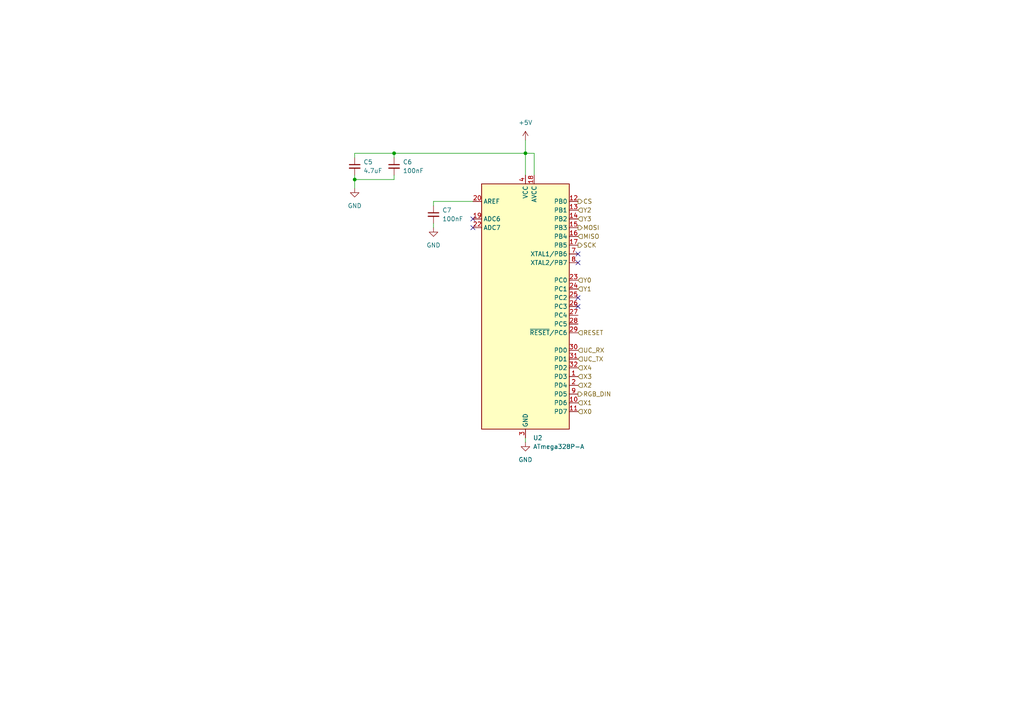
<source format=kicad_sch>
(kicad_sch
	(version 20231120)
	(generator "eeschema")
	(generator_version "8.0")
	(uuid "40d99b36-c7e8-40e7-bea7-73b045d88803")
	(paper "A4")
	(title_block
		(title "Atmega328P & Boilerplate")
		(date "2024-06-02")
		(rev "0.5.x")
		(company "Pablo Ortiz López, Evan MacDonald")
	)
	(lib_symbols
		(symbol "Device:C_Small"
			(pin_numbers hide)
			(pin_names
				(offset 0.254) hide)
			(exclude_from_sim no)
			(in_bom yes)
			(on_board yes)
			(property "Reference" "C"
				(at 0.254 1.778 0)
				(effects
					(font
						(size 1.27 1.27)
					)
					(justify left)
				)
			)
			(property "Value" "C_Small"
				(at 0.254 -2.032 0)
				(effects
					(font
						(size 1.27 1.27)
					)
					(justify left)
				)
			)
			(property "Footprint" ""
				(at 0 0 0)
				(effects
					(font
						(size 1.27 1.27)
					)
					(hide yes)
				)
			)
			(property "Datasheet" "~"
				(at 0 0 0)
				(effects
					(font
						(size 1.27 1.27)
					)
					(hide yes)
				)
			)
			(property "Description" "Unpolarized capacitor, small symbol"
				(at 0 0 0)
				(effects
					(font
						(size 1.27 1.27)
					)
					(hide yes)
				)
			)
			(property "ki_keywords" "capacitor cap"
				(at 0 0 0)
				(effects
					(font
						(size 1.27 1.27)
					)
					(hide yes)
				)
			)
			(property "ki_fp_filters" "C_*"
				(at 0 0 0)
				(effects
					(font
						(size 1.27 1.27)
					)
					(hide yes)
				)
			)
			(symbol "C_Small_0_1"
				(polyline
					(pts
						(xy -1.524 -0.508) (xy 1.524 -0.508)
					)
					(stroke
						(width 0.3302)
						(type default)
					)
					(fill
						(type none)
					)
				)
				(polyline
					(pts
						(xy -1.524 0.508) (xy 1.524 0.508)
					)
					(stroke
						(width 0.3048)
						(type default)
					)
					(fill
						(type none)
					)
				)
			)
			(symbol "C_Small_1_1"
				(pin passive line
					(at 0 2.54 270)
					(length 2.032)
					(name "~"
						(effects
							(font
								(size 1.27 1.27)
							)
						)
					)
					(number "1"
						(effects
							(font
								(size 1.27 1.27)
							)
						)
					)
				)
				(pin passive line
					(at 0 -2.54 90)
					(length 2.032)
					(name "~"
						(effects
							(font
								(size 1.27 1.27)
							)
						)
					)
					(number "2"
						(effects
							(font
								(size 1.27 1.27)
							)
						)
					)
				)
			)
		)
		(symbol "MCU_Microchip_ATmega:ATmega328P-A"
			(exclude_from_sim no)
			(in_bom yes)
			(on_board yes)
			(property "Reference" "U"
				(at -12.7 36.83 0)
				(effects
					(font
						(size 1.27 1.27)
					)
					(justify left bottom)
				)
			)
			(property "Value" "ATmega328P-A"
				(at 2.54 -36.83 0)
				(effects
					(font
						(size 1.27 1.27)
					)
					(justify left top)
				)
			)
			(property "Footprint" "Package_QFP:TQFP-32_7x7mm_P0.8mm"
				(at 0 0 0)
				(effects
					(font
						(size 1.27 1.27)
						(italic yes)
					)
					(hide yes)
				)
			)
			(property "Datasheet" "http://ww1.microchip.com/downloads/en/DeviceDoc/ATmega328_P%20AVR%20MCU%20with%20picoPower%20Technology%20Data%20Sheet%2040001984A.pdf"
				(at 0 0 0)
				(effects
					(font
						(size 1.27 1.27)
					)
					(hide yes)
				)
			)
			(property "Description" "20MHz, 32kB Flash, 2kB SRAM, 1kB EEPROM, TQFP-32"
				(at 0 0 0)
				(effects
					(font
						(size 1.27 1.27)
					)
					(hide yes)
				)
			)
			(property "ki_keywords" "AVR 8bit Microcontroller MegaAVR PicoPower"
				(at 0 0 0)
				(effects
					(font
						(size 1.27 1.27)
					)
					(hide yes)
				)
			)
			(property "ki_fp_filters" "TQFP*7x7mm*P0.8mm*"
				(at 0 0 0)
				(effects
					(font
						(size 1.27 1.27)
					)
					(hide yes)
				)
			)
			(symbol "ATmega328P-A_0_1"
				(rectangle
					(start -12.7 -35.56)
					(end 12.7 35.56)
					(stroke
						(width 0.254)
						(type default)
					)
					(fill
						(type background)
					)
				)
			)
			(symbol "ATmega328P-A_1_1"
				(pin bidirectional line
					(at 15.24 -20.32 180)
					(length 2.54)
					(name "PD3"
						(effects
							(font
								(size 1.27 1.27)
							)
						)
					)
					(number "1"
						(effects
							(font
								(size 1.27 1.27)
							)
						)
					)
				)
				(pin bidirectional line
					(at 15.24 -27.94 180)
					(length 2.54)
					(name "PD6"
						(effects
							(font
								(size 1.27 1.27)
							)
						)
					)
					(number "10"
						(effects
							(font
								(size 1.27 1.27)
							)
						)
					)
				)
				(pin bidirectional line
					(at 15.24 -30.48 180)
					(length 2.54)
					(name "PD7"
						(effects
							(font
								(size 1.27 1.27)
							)
						)
					)
					(number "11"
						(effects
							(font
								(size 1.27 1.27)
							)
						)
					)
				)
				(pin bidirectional line
					(at 15.24 30.48 180)
					(length 2.54)
					(name "PB0"
						(effects
							(font
								(size 1.27 1.27)
							)
						)
					)
					(number "12"
						(effects
							(font
								(size 1.27 1.27)
							)
						)
					)
				)
				(pin bidirectional line
					(at 15.24 27.94 180)
					(length 2.54)
					(name "PB1"
						(effects
							(font
								(size 1.27 1.27)
							)
						)
					)
					(number "13"
						(effects
							(font
								(size 1.27 1.27)
							)
						)
					)
				)
				(pin bidirectional line
					(at 15.24 25.4 180)
					(length 2.54)
					(name "PB2"
						(effects
							(font
								(size 1.27 1.27)
							)
						)
					)
					(number "14"
						(effects
							(font
								(size 1.27 1.27)
							)
						)
					)
				)
				(pin bidirectional line
					(at 15.24 22.86 180)
					(length 2.54)
					(name "PB3"
						(effects
							(font
								(size 1.27 1.27)
							)
						)
					)
					(number "15"
						(effects
							(font
								(size 1.27 1.27)
							)
						)
					)
				)
				(pin bidirectional line
					(at 15.24 20.32 180)
					(length 2.54)
					(name "PB4"
						(effects
							(font
								(size 1.27 1.27)
							)
						)
					)
					(number "16"
						(effects
							(font
								(size 1.27 1.27)
							)
						)
					)
				)
				(pin bidirectional line
					(at 15.24 17.78 180)
					(length 2.54)
					(name "PB5"
						(effects
							(font
								(size 1.27 1.27)
							)
						)
					)
					(number "17"
						(effects
							(font
								(size 1.27 1.27)
							)
						)
					)
				)
				(pin power_in line
					(at 2.54 38.1 270)
					(length 2.54)
					(name "AVCC"
						(effects
							(font
								(size 1.27 1.27)
							)
						)
					)
					(number "18"
						(effects
							(font
								(size 1.27 1.27)
							)
						)
					)
				)
				(pin input line
					(at -15.24 25.4 0)
					(length 2.54)
					(name "ADC6"
						(effects
							(font
								(size 1.27 1.27)
							)
						)
					)
					(number "19"
						(effects
							(font
								(size 1.27 1.27)
							)
						)
					)
				)
				(pin bidirectional line
					(at 15.24 -22.86 180)
					(length 2.54)
					(name "PD4"
						(effects
							(font
								(size 1.27 1.27)
							)
						)
					)
					(number "2"
						(effects
							(font
								(size 1.27 1.27)
							)
						)
					)
				)
				(pin passive line
					(at -15.24 30.48 0)
					(length 2.54)
					(name "AREF"
						(effects
							(font
								(size 1.27 1.27)
							)
						)
					)
					(number "20"
						(effects
							(font
								(size 1.27 1.27)
							)
						)
					)
				)
				(pin passive line
					(at 0 -38.1 90)
					(length 2.54) hide
					(name "GND"
						(effects
							(font
								(size 1.27 1.27)
							)
						)
					)
					(number "21"
						(effects
							(font
								(size 1.27 1.27)
							)
						)
					)
				)
				(pin input line
					(at -15.24 22.86 0)
					(length 2.54)
					(name "ADC7"
						(effects
							(font
								(size 1.27 1.27)
							)
						)
					)
					(number "22"
						(effects
							(font
								(size 1.27 1.27)
							)
						)
					)
				)
				(pin bidirectional line
					(at 15.24 7.62 180)
					(length 2.54)
					(name "PC0"
						(effects
							(font
								(size 1.27 1.27)
							)
						)
					)
					(number "23"
						(effects
							(font
								(size 1.27 1.27)
							)
						)
					)
				)
				(pin bidirectional line
					(at 15.24 5.08 180)
					(length 2.54)
					(name "PC1"
						(effects
							(font
								(size 1.27 1.27)
							)
						)
					)
					(number "24"
						(effects
							(font
								(size 1.27 1.27)
							)
						)
					)
				)
				(pin bidirectional line
					(at 15.24 2.54 180)
					(length 2.54)
					(name "PC2"
						(effects
							(font
								(size 1.27 1.27)
							)
						)
					)
					(number "25"
						(effects
							(font
								(size 1.27 1.27)
							)
						)
					)
				)
				(pin bidirectional line
					(at 15.24 0 180)
					(length 2.54)
					(name "PC3"
						(effects
							(font
								(size 1.27 1.27)
							)
						)
					)
					(number "26"
						(effects
							(font
								(size 1.27 1.27)
							)
						)
					)
				)
				(pin bidirectional line
					(at 15.24 -2.54 180)
					(length 2.54)
					(name "PC4"
						(effects
							(font
								(size 1.27 1.27)
							)
						)
					)
					(number "27"
						(effects
							(font
								(size 1.27 1.27)
							)
						)
					)
				)
				(pin bidirectional line
					(at 15.24 -5.08 180)
					(length 2.54)
					(name "PC5"
						(effects
							(font
								(size 1.27 1.27)
							)
						)
					)
					(number "28"
						(effects
							(font
								(size 1.27 1.27)
							)
						)
					)
				)
				(pin bidirectional line
					(at 15.24 -7.62 180)
					(length 2.54)
					(name "~{RESET}/PC6"
						(effects
							(font
								(size 1.27 1.27)
							)
						)
					)
					(number "29"
						(effects
							(font
								(size 1.27 1.27)
							)
						)
					)
				)
				(pin power_in line
					(at 0 -38.1 90)
					(length 2.54)
					(name "GND"
						(effects
							(font
								(size 1.27 1.27)
							)
						)
					)
					(number "3"
						(effects
							(font
								(size 1.27 1.27)
							)
						)
					)
				)
				(pin bidirectional line
					(at 15.24 -12.7 180)
					(length 2.54)
					(name "PD0"
						(effects
							(font
								(size 1.27 1.27)
							)
						)
					)
					(number "30"
						(effects
							(font
								(size 1.27 1.27)
							)
						)
					)
				)
				(pin bidirectional line
					(at 15.24 -15.24 180)
					(length 2.54)
					(name "PD1"
						(effects
							(font
								(size 1.27 1.27)
							)
						)
					)
					(number "31"
						(effects
							(font
								(size 1.27 1.27)
							)
						)
					)
				)
				(pin bidirectional line
					(at 15.24 -17.78 180)
					(length 2.54)
					(name "PD2"
						(effects
							(font
								(size 1.27 1.27)
							)
						)
					)
					(number "32"
						(effects
							(font
								(size 1.27 1.27)
							)
						)
					)
				)
				(pin power_in line
					(at 0 38.1 270)
					(length 2.54)
					(name "VCC"
						(effects
							(font
								(size 1.27 1.27)
							)
						)
					)
					(number "4"
						(effects
							(font
								(size 1.27 1.27)
							)
						)
					)
				)
				(pin passive line
					(at 0 -38.1 90)
					(length 2.54) hide
					(name "GND"
						(effects
							(font
								(size 1.27 1.27)
							)
						)
					)
					(number "5"
						(effects
							(font
								(size 1.27 1.27)
							)
						)
					)
				)
				(pin passive line
					(at 0 38.1 270)
					(length 2.54) hide
					(name "VCC"
						(effects
							(font
								(size 1.27 1.27)
							)
						)
					)
					(number "6"
						(effects
							(font
								(size 1.27 1.27)
							)
						)
					)
				)
				(pin bidirectional line
					(at 15.24 15.24 180)
					(length 2.54)
					(name "XTAL1/PB6"
						(effects
							(font
								(size 1.27 1.27)
							)
						)
					)
					(number "7"
						(effects
							(font
								(size 1.27 1.27)
							)
						)
					)
				)
				(pin bidirectional line
					(at 15.24 12.7 180)
					(length 2.54)
					(name "XTAL2/PB7"
						(effects
							(font
								(size 1.27 1.27)
							)
						)
					)
					(number "8"
						(effects
							(font
								(size 1.27 1.27)
							)
						)
					)
				)
				(pin bidirectional line
					(at 15.24 -25.4 180)
					(length 2.54)
					(name "PD5"
						(effects
							(font
								(size 1.27 1.27)
							)
						)
					)
					(number "9"
						(effects
							(font
								(size 1.27 1.27)
							)
						)
					)
				)
			)
		)
		(symbol "power:+5V"
			(power)
			(pin_names
				(offset 0)
			)
			(exclude_from_sim no)
			(in_bom yes)
			(on_board yes)
			(property "Reference" "#PWR"
				(at 0 -3.81 0)
				(effects
					(font
						(size 1.27 1.27)
					)
					(hide yes)
				)
			)
			(property "Value" "+5V"
				(at 0 3.556 0)
				(effects
					(font
						(size 1.27 1.27)
					)
				)
			)
			(property "Footprint" ""
				(at 0 0 0)
				(effects
					(font
						(size 1.27 1.27)
					)
					(hide yes)
				)
			)
			(property "Datasheet" ""
				(at 0 0 0)
				(effects
					(font
						(size 1.27 1.27)
					)
					(hide yes)
				)
			)
			(property "Description" "Power symbol creates a global label with name \"+5V\""
				(at 0 0 0)
				(effects
					(font
						(size 1.27 1.27)
					)
					(hide yes)
				)
			)
			(property "ki_keywords" "global power"
				(at 0 0 0)
				(effects
					(font
						(size 1.27 1.27)
					)
					(hide yes)
				)
			)
			(symbol "+5V_0_1"
				(polyline
					(pts
						(xy -0.762 1.27) (xy 0 2.54)
					)
					(stroke
						(width 0)
						(type default)
					)
					(fill
						(type none)
					)
				)
				(polyline
					(pts
						(xy 0 0) (xy 0 2.54)
					)
					(stroke
						(width 0)
						(type default)
					)
					(fill
						(type none)
					)
				)
				(polyline
					(pts
						(xy 0 2.54) (xy 0.762 1.27)
					)
					(stroke
						(width 0)
						(type default)
					)
					(fill
						(type none)
					)
				)
			)
			(symbol "+5V_1_1"
				(pin power_in line
					(at 0 0 90)
					(length 0) hide
					(name "+5V"
						(effects
							(font
								(size 1.27 1.27)
							)
						)
					)
					(number "1"
						(effects
							(font
								(size 1.27 1.27)
							)
						)
					)
				)
			)
		)
		(symbol "power:GND"
			(power)
			(pin_names
				(offset 0)
			)
			(exclude_from_sim no)
			(in_bom yes)
			(on_board yes)
			(property "Reference" "#PWR"
				(at 0 -6.35 0)
				(effects
					(font
						(size 1.27 1.27)
					)
					(hide yes)
				)
			)
			(property "Value" "GND"
				(at 0 -3.81 0)
				(effects
					(font
						(size 1.27 1.27)
					)
				)
			)
			(property "Footprint" ""
				(at 0 0 0)
				(effects
					(font
						(size 1.27 1.27)
					)
					(hide yes)
				)
			)
			(property "Datasheet" ""
				(at 0 0 0)
				(effects
					(font
						(size 1.27 1.27)
					)
					(hide yes)
				)
			)
			(property "Description" "Power symbol creates a global label with name \"GND\" , ground"
				(at 0 0 0)
				(effects
					(font
						(size 1.27 1.27)
					)
					(hide yes)
				)
			)
			(property "ki_keywords" "global power"
				(at 0 0 0)
				(effects
					(font
						(size 1.27 1.27)
					)
					(hide yes)
				)
			)
			(symbol "GND_0_1"
				(polyline
					(pts
						(xy 0 0) (xy 0 -1.27) (xy 1.27 -1.27) (xy 0 -2.54) (xy -1.27 -1.27) (xy 0 -1.27)
					)
					(stroke
						(width 0)
						(type default)
					)
					(fill
						(type none)
					)
				)
			)
			(symbol "GND_1_1"
				(pin power_in line
					(at 0 0 270)
					(length 0) hide
					(name "GND"
						(effects
							(font
								(size 1.27 1.27)
							)
						)
					)
					(number "1"
						(effects
							(font
								(size 1.27 1.27)
							)
						)
					)
				)
			)
		)
	)
	(junction
		(at 114.3 44.45)
		(diameter 0)
		(color 0 0 0 0)
		(uuid "0b8228bd-1286-4385-9479-5ba350f44f20")
	)
	(junction
		(at 102.87 52.07)
		(diameter 0)
		(color 0 0 0 0)
		(uuid "8e6cc600-89b9-412b-8db0-9c8f6190b497")
	)
	(junction
		(at 152.4 44.45)
		(diameter 0)
		(color 0 0 0 0)
		(uuid "97ad02d8-8ced-4861-b7e4-9fbbf8dc283a")
	)
	(no_connect
		(at 167.64 73.66)
		(uuid "16f41d25-f30b-4979-82e1-e7205c03a81c")
	)
	(no_connect
		(at 137.16 63.5)
		(uuid "3c21439a-71d5-4b25-b914-5825f03a63d8")
	)
	(no_connect
		(at 167.64 76.2)
		(uuid "8afbb17b-c1f4-4e5a-a7ff-21504cce1b1d")
	)
	(no_connect
		(at 167.64 86.36)
		(uuid "947442bd-fd35-4af6-9e62-51ec8f203daa")
	)
	(no_connect
		(at 137.16 66.04)
		(uuid "b0ebcf2d-bf9f-41c2-b1ee-44269a2de2a3")
	)
	(no_connect
		(at 167.64 88.9)
		(uuid "d07652a5-120a-492f-b527-61a600749c66")
	)
	(wire
		(pts
			(xy 125.73 59.69) (xy 125.73 58.42)
		)
		(stroke
			(width 0)
			(type default)
		)
		(uuid "1520d154-c219-44fa-8465-efae8b436656")
	)
	(wire
		(pts
			(xy 102.87 44.45) (xy 114.3 44.45)
		)
		(stroke
			(width 0)
			(type default)
		)
		(uuid "1c09d8e6-83a7-4d88-8de3-9412a1da2e22")
	)
	(wire
		(pts
			(xy 114.3 44.45) (xy 152.4 44.45)
		)
		(stroke
			(width 0)
			(type default)
		)
		(uuid "327607dc-1149-49d5-a332-110db876a80a")
	)
	(wire
		(pts
			(xy 114.3 50.8) (xy 114.3 52.07)
		)
		(stroke
			(width 0)
			(type default)
		)
		(uuid "394b51c5-360f-4b00-be69-55cadfa78409")
	)
	(wire
		(pts
			(xy 125.73 58.42) (xy 137.16 58.42)
		)
		(stroke
			(width 0)
			(type default)
		)
		(uuid "4a1711d0-e377-4a36-9141-0f3828debbfb")
	)
	(wire
		(pts
			(xy 125.73 64.77) (xy 125.73 66.04)
		)
		(stroke
			(width 0)
			(type default)
		)
		(uuid "5a6f3c38-40e3-431c-b831-c811ccf5ec35")
	)
	(wire
		(pts
			(xy 152.4 40.64) (xy 152.4 44.45)
		)
		(stroke
			(width 0)
			(type default)
		)
		(uuid "691f9869-de0d-4791-9723-bea4b050385b")
	)
	(wire
		(pts
			(xy 102.87 52.07) (xy 114.3 52.07)
		)
		(stroke
			(width 0)
			(type default)
		)
		(uuid "7521494a-a3a8-4231-b277-f69af7af664f")
	)
	(wire
		(pts
			(xy 102.87 45.72) (xy 102.87 44.45)
		)
		(stroke
			(width 0)
			(type default)
		)
		(uuid "96ab05c3-5d49-4b5f-810c-d53b16675780")
	)
	(wire
		(pts
			(xy 152.4 128.27) (xy 152.4 127)
		)
		(stroke
			(width 0)
			(type default)
		)
		(uuid "9e1d69b7-38ae-45b0-8739-152849f37445")
	)
	(wire
		(pts
			(xy 152.4 44.45) (xy 152.4 50.8)
		)
		(stroke
			(width 0)
			(type default)
		)
		(uuid "ac980a88-a22d-4aa5-a2df-0bca67c2083a")
	)
	(wire
		(pts
			(xy 154.94 44.45) (xy 152.4 44.45)
		)
		(stroke
			(width 0)
			(type default)
		)
		(uuid "c38dad2c-543d-49d8-9fa4-dde42482ecd3")
	)
	(wire
		(pts
			(xy 102.87 52.07) (xy 102.87 54.61)
		)
		(stroke
			(width 0)
			(type default)
		)
		(uuid "c7781323-c483-4e98-80d2-8b2457f17304")
	)
	(wire
		(pts
			(xy 154.94 50.8) (xy 154.94 44.45)
		)
		(stroke
			(width 0)
			(type default)
		)
		(uuid "c7c5c348-f637-43de-9db2-c39b164a8799")
	)
	(wire
		(pts
			(xy 114.3 45.72) (xy 114.3 44.45)
		)
		(stroke
			(width 0)
			(type default)
		)
		(uuid "d9daaaa1-4687-44df-bd41-b92f5aa0e3cd")
	)
	(wire
		(pts
			(xy 102.87 50.8) (xy 102.87 52.07)
		)
		(stroke
			(width 0)
			(type default)
		)
		(uuid "e1ecf7ff-cc1c-4a56-945c-46efb6d0adca")
	)
	(hierarchical_label "CS"
		(shape output)
		(at 167.64 58.42 0)
		(fields_autoplaced yes)
		(effects
			(font
				(size 1.27 1.27)
			)
			(justify left)
		)
		(uuid "1cf5e583-63a3-4286-8433-dc59112e5530")
	)
	(hierarchical_label "X3"
		(shape input)
		(at 167.64 109.22 0)
		(fields_autoplaced yes)
		(effects
			(font
				(size 1.27 1.27)
			)
			(justify left)
		)
		(uuid "2e6b4621-0116-4ad5-aa3b-2da3f6d619bb")
	)
	(hierarchical_label "RGB_DIN"
		(shape output)
		(at 167.64 114.3 0)
		(fields_autoplaced yes)
		(effects
			(font
				(size 1.27 1.27)
			)
			(justify left)
		)
		(uuid "35ff07c2-b53a-4dfa-a7e2-fb4bc5b4d8bd")
	)
	(hierarchical_label "Y2"
		(shape input)
		(at 167.64 60.96 0)
		(fields_autoplaced yes)
		(effects
			(font
				(size 1.27 1.27)
			)
			(justify left)
		)
		(uuid "371f67c7-231b-49d9-a88f-6c5d2220255f")
	)
	(hierarchical_label "MISO"
		(shape input)
		(at 167.64 68.58 0)
		(fields_autoplaced yes)
		(effects
			(font
				(size 1.27 1.27)
			)
			(justify left)
		)
		(uuid "420784fa-d66c-4057-aa27-8b48309d1572")
	)
	(hierarchical_label "X1"
		(shape input)
		(at 167.64 116.84 0)
		(fields_autoplaced yes)
		(effects
			(font
				(size 1.27 1.27)
			)
			(justify left)
		)
		(uuid "4d655f34-3e02-44a6-b457-fdf5fb6eb8ea")
	)
	(hierarchical_label "X0"
		(shape input)
		(at 167.64 119.38 0)
		(fields_autoplaced yes)
		(effects
			(font
				(size 1.27 1.27)
			)
			(justify left)
		)
		(uuid "4f838b5f-9b32-4508-8db7-c4cf372206c8")
	)
	(hierarchical_label "Y0"
		(shape input)
		(at 167.64 81.28 0)
		(fields_autoplaced yes)
		(effects
			(font
				(size 1.27 1.27)
			)
			(justify left)
		)
		(uuid "727e6338-2280-4426-9aff-c5c9a86d8081")
	)
	(hierarchical_label "UC_TX"
		(shape input)
		(at 167.64 104.14 0)
		(fields_autoplaced yes)
		(effects
			(font
				(size 1.27 1.27)
			)
			(justify left)
		)
		(uuid "9ff845da-51f1-4d46-99a6-2e697f85af50")
	)
	(hierarchical_label "UC_RX"
		(shape input)
		(at 167.64 101.6 0)
		(fields_autoplaced yes)
		(effects
			(font
				(size 1.27 1.27)
			)
			(justify left)
		)
		(uuid "a3c87137-383e-4093-a209-b2db3c1d6031")
	)
	(hierarchical_label "Y1"
		(shape input)
		(at 167.64 83.82 0)
		(fields_autoplaced yes)
		(effects
			(font
				(size 1.27 1.27)
			)
			(justify left)
		)
		(uuid "a9169385-8a19-4165-bd83-86badd53ec05")
	)
	(hierarchical_label "Y3"
		(shape input)
		(at 167.64 63.5 0)
		(fields_autoplaced yes)
		(effects
			(font
				(size 1.27 1.27)
			)
			(justify left)
		)
		(uuid "cdf25c3f-2dc7-4e0f-9fad-5fba950bae52")
	)
	(hierarchical_label "RESET"
		(shape input)
		(at 167.64 96.52 0)
		(fields_autoplaced yes)
		(effects
			(font
				(size 1.27 1.27)
			)
			(justify left)
		)
		(uuid "d013e57b-0534-4e28-b42d-e2970e339c92")
	)
	(hierarchical_label "X2"
		(shape input)
		(at 167.64 111.76 0)
		(fields_autoplaced yes)
		(effects
			(font
				(size 1.27 1.27)
			)
			(justify left)
		)
		(uuid "dd25e3b9-bb77-49d1-a4bb-3e449ffb3aa5")
	)
	(hierarchical_label "MOSI"
		(shape output)
		(at 167.64 66.04 0)
		(fields_autoplaced yes)
		(effects
			(font
				(size 1.27 1.27)
			)
			(justify left)
		)
		(uuid "e0d9b052-9bec-4324-b6c2-e98a038d5126")
	)
	(hierarchical_label "X4"
		(shape input)
		(at 167.64 106.68 0)
		(fields_autoplaced yes)
		(effects
			(font
				(size 1.27 1.27)
			)
			(justify left)
		)
		(uuid "f736de2d-bcf2-4ddd-b9d2-dc66cea06b4f")
	)
	(hierarchical_label "SCK"
		(shape output)
		(at 167.64 71.12 0)
		(fields_autoplaced yes)
		(effects
			(font
				(size 1.27 1.27)
			)
			(justify left)
		)
		(uuid "f974af84-e3ac-4859-b88a-fe4c6e9037fd")
	)
	(symbol
		(lib_id "power:GND")
		(at 102.87 54.61 0)
		(unit 1)
		(exclude_from_sim no)
		(in_bom yes)
		(on_board yes)
		(dnp no)
		(fields_autoplaced yes)
		(uuid "312d1497-ddee-4972-9038-1cfc3adcc7dc")
		(property "Reference" "#PWR050"
			(at 102.87 60.96 0)
			(effects
				(font
					(size 1.27 1.27)
				)
				(hide yes)
			)
		)
		(property "Value" "GND"
			(at 102.87 59.69 0)
			(effects
				(font
					(size 1.27 1.27)
				)
			)
		)
		(property "Footprint" ""
			(at 102.87 54.61 0)
			(effects
				(font
					(size 1.27 1.27)
				)
				(hide yes)
			)
		)
		(property "Datasheet" ""
			(at 102.87 54.61 0)
			(effects
				(font
					(size 1.27 1.27)
				)
				(hide yes)
			)
		)
		(property "Description" ""
			(at 102.87 54.61 0)
			(effects
				(font
					(size 1.27 1.27)
				)
				(hide yes)
			)
		)
		(pin "1"
			(uuid "33431c44-7905-45b2-acf1-9fd2b2b92a79")
		)
		(instances
			(project "Single_board"
				(path "/f30854c1-5bc2-470d-aabe-1768a5b01b46/10d1b3d3-799b-4f50-9dbd-cebbf84933bb"
					(reference "#PWR050")
					(unit 1)
				)
			)
		)
	)
	(symbol
		(lib_id "power:+5V")
		(at 152.4 40.64 0)
		(unit 1)
		(exclude_from_sim no)
		(in_bom yes)
		(on_board yes)
		(dnp no)
		(fields_autoplaced yes)
		(uuid "37b4314f-06ea-4364-94c0-465a4d93f972")
		(property "Reference" "#PWR039"
			(at 152.4 44.45 0)
			(effects
				(font
					(size 1.27 1.27)
				)
				(hide yes)
			)
		)
		(property "Value" "+5V"
			(at 152.4 35.56 0)
			(effects
				(font
					(size 1.27 1.27)
				)
			)
		)
		(property "Footprint" ""
			(at 152.4 40.64 0)
			(effects
				(font
					(size 1.27 1.27)
				)
				(hide yes)
			)
		)
		(property "Datasheet" ""
			(at 152.4 40.64 0)
			(effects
				(font
					(size 1.27 1.27)
				)
				(hide yes)
			)
		)
		(property "Description" ""
			(at 152.4 40.64 0)
			(effects
				(font
					(size 1.27 1.27)
				)
				(hide yes)
			)
		)
		(pin "1"
			(uuid "69d0a483-5d2c-4684-88e0-902d0015552b")
		)
		(instances
			(project "Single_board"
				(path "/f30854c1-5bc2-470d-aabe-1768a5b01b46/10d1b3d3-799b-4f50-9dbd-cebbf84933bb"
					(reference "#PWR039")
					(unit 1)
				)
			)
		)
	)
	(symbol
		(lib_id "Device:C_Small")
		(at 114.3 48.26 0)
		(unit 1)
		(exclude_from_sim no)
		(in_bom yes)
		(on_board yes)
		(dnp no)
		(fields_autoplaced yes)
		(uuid "5cb52bda-b0c4-41f3-94de-c465621f2380")
		(property "Reference" "C6"
			(at 116.84 46.9962 0)
			(effects
				(font
					(size 1.27 1.27)
				)
				(justify left)
			)
		)
		(property "Value" "100nF"
			(at 116.84 49.5362 0)
			(effects
				(font
					(size 1.27 1.27)
				)
				(justify left)
			)
		)
		(property "Footprint" "Capacitor_SMD:C_0805_2012Metric"
			(at 114.3 48.26 0)
			(effects
				(font
					(size 1.27 1.27)
				)
				(hide yes)
			)
		)
		(property "Datasheet" "~"
			(at 114.3 48.26 0)
			(effects
				(font
					(size 1.27 1.27)
				)
				(hide yes)
			)
		)
		(property "Description" "Unpolarized capacitor, small symbol"
			(at 114.3 48.26 0)
			(effects
				(font
					(size 1.27 1.27)
				)
				(hide yes)
			)
		)
		(pin "2"
			(uuid "5b3eea10-a15a-4641-a8ac-9f9e27249e63")
		)
		(pin "1"
			(uuid "a9552eb5-a62f-4037-88fc-f9c02da473e3")
		)
		(instances
			(project "Single_board"
				(path "/f30854c1-5bc2-470d-aabe-1768a5b01b46/10d1b3d3-799b-4f50-9dbd-cebbf84933bb"
					(reference "C6")
					(unit 1)
				)
			)
		)
	)
	(symbol
		(lib_id "power:GND")
		(at 125.73 66.04 0)
		(unit 1)
		(exclude_from_sim no)
		(in_bom yes)
		(on_board yes)
		(dnp no)
		(fields_autoplaced yes)
		(uuid "642abd24-88fb-4c55-92a1-c544c14b9e8b")
		(property "Reference" "#PWR05"
			(at 125.73 72.39 0)
			(effects
				(font
					(size 1.27 1.27)
				)
				(hide yes)
			)
		)
		(property "Value" "GND"
			(at 125.73 71.12 0)
			(effects
				(font
					(size 1.27 1.27)
				)
			)
		)
		(property "Footprint" ""
			(at 125.73 66.04 0)
			(effects
				(font
					(size 1.27 1.27)
				)
				(hide yes)
			)
		)
		(property "Datasheet" ""
			(at 125.73 66.04 0)
			(effects
				(font
					(size 1.27 1.27)
				)
				(hide yes)
			)
		)
		(property "Description" ""
			(at 125.73 66.04 0)
			(effects
				(font
					(size 1.27 1.27)
				)
				(hide yes)
			)
		)
		(pin "1"
			(uuid "90f7a505-4de5-4848-8757-a9aa0febaf09")
		)
		(instances
			(project "Single_board"
				(path "/f30854c1-5bc2-470d-aabe-1768a5b01b46/10d1b3d3-799b-4f50-9dbd-cebbf84933bb"
					(reference "#PWR05")
					(unit 1)
				)
			)
		)
	)
	(symbol
		(lib_id "Device:C_Small")
		(at 125.73 62.23 0)
		(unit 1)
		(exclude_from_sim no)
		(in_bom yes)
		(on_board yes)
		(dnp no)
		(fields_autoplaced yes)
		(uuid "7c190415-061c-4f16-aa55-f515cfb4550d")
		(property "Reference" "C7"
			(at 128.27 60.9662 0)
			(effects
				(font
					(size 1.27 1.27)
				)
				(justify left)
			)
		)
		(property "Value" "100nF"
			(at 128.27 63.5062 0)
			(effects
				(font
					(size 1.27 1.27)
				)
				(justify left)
			)
		)
		(property "Footprint" "Capacitor_SMD:C_0805_2012Metric"
			(at 125.73 62.23 0)
			(effects
				(font
					(size 1.27 1.27)
				)
				(hide yes)
			)
		)
		(property "Datasheet" "~"
			(at 125.73 62.23 0)
			(effects
				(font
					(size 1.27 1.27)
				)
				(hide yes)
			)
		)
		(property "Description" "Unpolarized capacitor, small symbol"
			(at 125.73 62.23 0)
			(effects
				(font
					(size 1.27 1.27)
				)
				(hide yes)
			)
		)
		(pin "2"
			(uuid "7934836e-5ac2-494e-a870-b6db904dc24f")
		)
		(pin "1"
			(uuid "d2dc912b-a18c-40a8-a28d-cc3e672387e7")
		)
		(instances
			(project "Single_board"
				(path "/f30854c1-5bc2-470d-aabe-1768a5b01b46/10d1b3d3-799b-4f50-9dbd-cebbf84933bb"
					(reference "C7")
					(unit 1)
				)
			)
		)
	)
	(symbol
		(lib_id "power:GND")
		(at 152.4 128.27 0)
		(unit 1)
		(exclude_from_sim no)
		(in_bom yes)
		(on_board yes)
		(dnp no)
		(fields_autoplaced yes)
		(uuid "d9789a7c-a38e-44a4-ad71-5ae3ace5548a")
		(property "Reference" "#PWR049"
			(at 152.4 134.62 0)
			(effects
				(font
					(size 1.27 1.27)
				)
				(hide yes)
			)
		)
		(property "Value" "GND"
			(at 152.4 133.35 0)
			(effects
				(font
					(size 1.27 1.27)
				)
			)
		)
		(property "Footprint" ""
			(at 152.4 128.27 0)
			(effects
				(font
					(size 1.27 1.27)
				)
				(hide yes)
			)
		)
		(property "Datasheet" ""
			(at 152.4 128.27 0)
			(effects
				(font
					(size 1.27 1.27)
				)
				(hide yes)
			)
		)
		(property "Description" ""
			(at 152.4 128.27 0)
			(effects
				(font
					(size 1.27 1.27)
				)
				(hide yes)
			)
		)
		(pin "1"
			(uuid "09666602-505e-4baa-b912-ac7cace49212")
		)
		(instances
			(project "Single_board"
				(path "/f30854c1-5bc2-470d-aabe-1768a5b01b46/10d1b3d3-799b-4f50-9dbd-cebbf84933bb"
					(reference "#PWR049")
					(unit 1)
				)
			)
		)
	)
	(symbol
		(lib_id "MCU_Microchip_ATmega:ATmega328P-A")
		(at 152.4 88.9 0)
		(unit 1)
		(exclude_from_sim no)
		(in_bom yes)
		(on_board yes)
		(dnp no)
		(fields_autoplaced yes)
		(uuid "ece6170f-ff2e-4144-ba4d-ce1ef88c7e6d")
		(property "Reference" "U2"
			(at 154.5941 127 0)
			(effects
				(font
					(size 1.27 1.27)
				)
				(justify left)
			)
		)
		(property "Value" "ATmega328P-A"
			(at 154.5941 129.54 0)
			(effects
				(font
					(size 1.27 1.27)
				)
				(justify left)
			)
		)
		(property "Footprint" "Package_QFP:TQFP-32_7x7mm_P0.8mm"
			(at 152.4 88.9 0)
			(effects
				(font
					(size 1.27 1.27)
					(italic yes)
				)
				(hide yes)
			)
		)
		(property "Datasheet" "http://ww1.microchip.com/downloads/en/DeviceDoc/ATmega328_P%20AVR%20MCU%20with%20picoPower%20Technology%20Data%20Sheet%2040001984A.pdf"
			(at 152.4 88.9 0)
			(effects
				(font
					(size 1.27 1.27)
				)
				(hide yes)
			)
		)
		(property "Description" "20MHz, 32kB Flash, 2kB SRAM, 1kB EEPROM, TQFP-32"
			(at 152.4 88.9 0)
			(effects
				(font
					(size 1.27 1.27)
				)
				(hide yes)
			)
		)
		(pin "10"
			(uuid "bbecf387-8800-442f-89dd-9d865c288888")
		)
		(pin "24"
			(uuid "2c701190-d70e-41af-84cf-130004453017")
		)
		(pin "18"
			(uuid "9be1ca34-2a85-4cc8-b3c5-5a53ed00dc3a")
		)
		(pin "6"
			(uuid "3315846f-4455-4907-8dea-653cfd22c94d")
		)
		(pin "31"
			(uuid "7e549bfd-0902-4fc8-81fd-155224302111")
		)
		(pin "17"
			(uuid "80f09915-a34e-403d-8b45-160fbd306147")
		)
		(pin "9"
			(uuid "70189a06-2938-4d68-9304-dfdcf8fba258")
		)
		(pin "4"
			(uuid "8f04f331-c19f-4884-87eb-6cfbe0a53099")
		)
		(pin "2"
			(uuid "01c6e29a-42db-4128-8b26-22c230c4afbb")
		)
		(pin "3"
			(uuid "c1209568-6a02-4c3e-abfd-22f8e773d51a")
		)
		(pin "12"
			(uuid "8b6db9a1-549c-4cea-b40a-dc79bfc577da")
		)
		(pin "16"
			(uuid "f0c8a937-3279-46b0-b241-0814a75e30ad")
		)
		(pin "14"
			(uuid "2df9a1ae-f7ef-4e6f-a85f-5e41217b34b9")
		)
		(pin "28"
			(uuid "8966cf18-0f7d-4bda-9486-fd2c33ab3b55")
		)
		(pin "5"
			(uuid "6cc2e22a-def0-42c8-a2a3-2e50c10396dc")
		)
		(pin "15"
			(uuid "5642da2b-07ef-4c74-b2d7-1a597ba5d7a0")
		)
		(pin "26"
			(uuid "3415d320-6bdd-4aed-b5a2-10c3406fbc49")
		)
		(pin "23"
			(uuid "17666c25-f007-47c5-9e41-69e8f4fd8cda")
		)
		(pin "8"
			(uuid "c054418f-2300-43d4-96e7-fe8b8452fdf1")
		)
		(pin "11"
			(uuid "44a24861-13d5-46b4-8d27-7f82e88d9aa0")
		)
		(pin "27"
			(uuid "5e2ce3a7-e798-4faa-9502-781d74da3202")
		)
		(pin "7"
			(uuid "ea0b6857-fee6-42e7-89bb-35c7057e08fb")
		)
		(pin "19"
			(uuid "e1c28000-b776-4522-8825-4fbefa0bb4b7")
		)
		(pin "21"
			(uuid "79a2c061-2400-4a66-895a-b1295704fd11")
		)
		(pin "13"
			(uuid "0a2dc79b-536d-43f9-8cd3-bfcec9d1cbc2")
		)
		(pin "32"
			(uuid "e588326e-7ea3-42cf-b065-d6468b90b11b")
		)
		(pin "29"
			(uuid "f6aae8ab-b792-4546-917d-0dd00bd0b3ea")
		)
		(pin "22"
			(uuid "64e2a7e6-716c-451e-88dc-b528b65b3d0a")
		)
		(pin "30"
			(uuid "532f4ec3-07f2-4a8e-a0f0-25507b5358a6")
		)
		(pin "1"
			(uuid "27362add-ca46-4100-a555-e3b55c857572")
		)
		(pin "20"
			(uuid "c0c81cbb-eb39-4cec-b6ec-3d778ee4cc86")
		)
		(pin "25"
			(uuid "e2f2cf3f-35e0-407a-af04-7e0e5256c6d5")
		)
		(instances
			(project "Single_board"
				(path "/f30854c1-5bc2-470d-aabe-1768a5b01b46/10d1b3d3-799b-4f50-9dbd-cebbf84933bb"
					(reference "U2")
					(unit 1)
				)
			)
		)
	)
	(symbol
		(lib_id "Device:C_Small")
		(at 102.87 48.26 0)
		(unit 1)
		(exclude_from_sim no)
		(in_bom yes)
		(on_board yes)
		(dnp no)
		(fields_autoplaced yes)
		(uuid "f509584c-2049-4ea3-ab26-56fd93be6255")
		(property "Reference" "C5"
			(at 105.41 46.9962 0)
			(effects
				(font
					(size 1.27 1.27)
				)
				(justify left)
			)
		)
		(property "Value" "4.7uF"
			(at 105.41 49.5362 0)
			(effects
				(font
					(size 1.27 1.27)
				)
				(justify left)
			)
		)
		(property "Footprint" "Capacitor_SMD:C_0805_2012Metric"
			(at 102.87 48.26 0)
			(effects
				(font
					(size 1.27 1.27)
				)
				(hide yes)
			)
		)
		(property "Datasheet" "~"
			(at 102.87 48.26 0)
			(effects
				(font
					(size 1.27 1.27)
				)
				(hide yes)
			)
		)
		(property "Description" "Unpolarized capacitor, small symbol"
			(at 102.87 48.26 0)
			(effects
				(font
					(size 1.27 1.27)
				)
				(hide yes)
			)
		)
		(pin "2"
			(uuid "caba060e-0052-4fed-a9d1-56705e6290a0")
		)
		(pin "1"
			(uuid "62d56cca-2b90-409b-bda1-ef4350072aab")
		)
		(instances
			(project "Single_board"
				(path "/f30854c1-5bc2-470d-aabe-1768a5b01b46/10d1b3d3-799b-4f50-9dbd-cebbf84933bb"
					(reference "C5")
					(unit 1)
				)
			)
		)
	)
)

</source>
